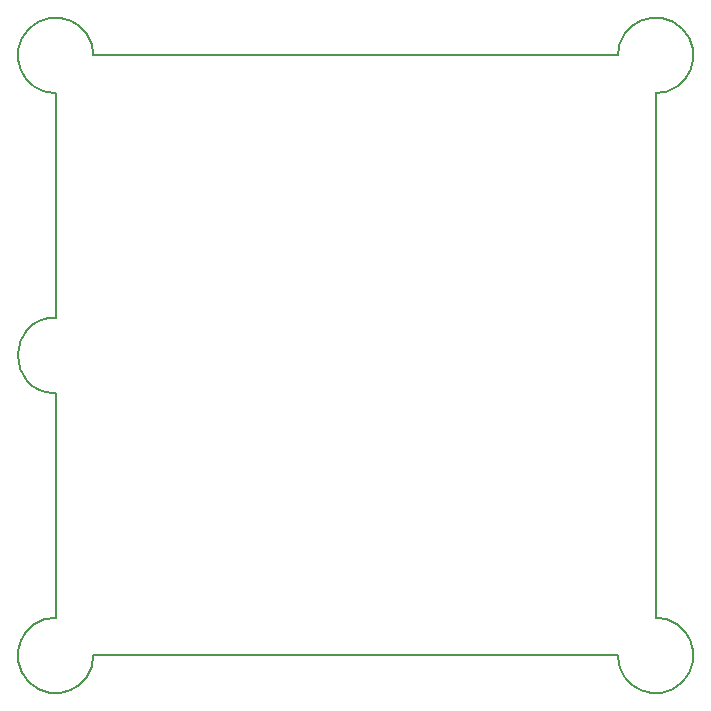
<source format=gbr>
G04 #@! TF.FileFunction,Profile,NP*
%FSLAX46Y46*%
G04 Gerber Fmt 4.6, Leading zero omitted, Abs format (unit mm)*
G04 Created by KiCad (PCBNEW 4.0.2-stable) date 24.08.2018 1:20:05*
%MOMM*%
G01*
G04 APERTURE LIST*
%ADD10C,0.100000*%
%ADD11C,0.150000*%
G04 APERTURE END LIST*
D10*
D11*
X147600000Y-100000000D02*
G75*
G03X150800000Y-96800000I3200000J0D01*
G01*
X150800000Y-52400000D02*
G75*
G03X147600000Y-49200000I0J3200000D01*
G01*
X100000000Y-77800000D02*
X100000000Y-96800000D01*
X100000000Y-52400000D02*
X100000000Y-71400000D01*
X103200000Y-49200000D02*
G75*
G03X100000000Y-52400000I-3200000J0D01*
G01*
X100000000Y-71400000D02*
G75*
G03X100000000Y-77800000I0J-3200000D01*
G01*
X100000000Y-96800000D02*
G75*
G03X103200000Y-100000000I0J-3200000D01*
G01*
X103200000Y-49200000D02*
X147600000Y-49200000D01*
X150800000Y-52400000D02*
X150800000Y-96800000D01*
X147600000Y-100000000D02*
X103200000Y-100000000D01*
M02*

</source>
